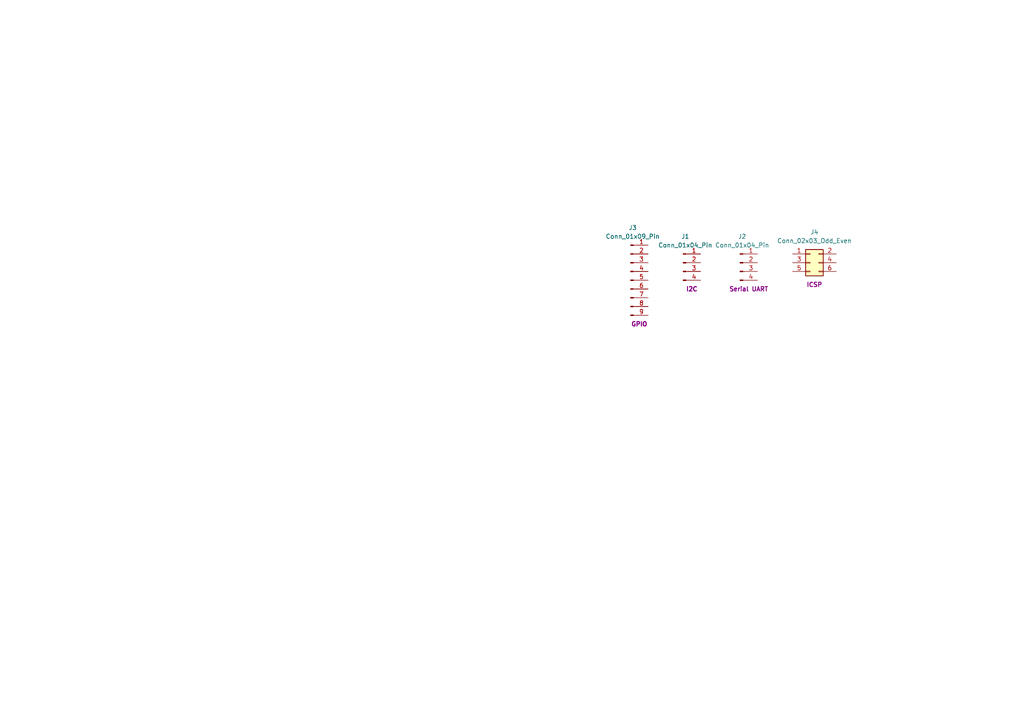
<source format=kicad_sch>
(kicad_sch (version 20250114) (generator "eeschema") (generator_version "9.0")
  (paper "A4")
  (lib_symbols
    (symbol "Connector:Conn_01x04_Pin" (pin_names (offset 1.016) (hide yes))
      (property "Reference" "J" (at 0 5.08 0))
      (property "Value" "Conn_01x04_Pin" (at 0 -7.62 0))
      (symbol "Conn_01x04_Pin_1_1"
        (rectangle (start 0.8636 2.667) (end 0 2.413) (stroke (width 0.1524)) (fill (type outline)))
        (rectangle (start 0.8636 0.127) (end 0 -0.127) (stroke (width 0.1524)) (fill (type outline)))
        (rectangle (start 0.8636 -2.413) (end 0 -2.667) (stroke (width 0.1524)) (fill (type outline)))
        (rectangle (start 0.8636 -4.953) (end 0 -5.207) (stroke (width 0.1524)) (fill (type outline)))
        (polyline (pts (xy 1.27 2.54) (xy 0.8636 2.54)) (stroke (width 0.1524)))
        (polyline (pts (xy 1.27 0) (xy 0.8636 0)) (stroke (width 0.1524)))
        (polyline (pts (xy 1.27 -2.54) (xy 0.8636 -2.54)) (stroke (width 0.1524)))
        (polyline (pts (xy 1.27 -5.08) (xy 0.8636 -5.08)) (stroke (width 0.1524)))
        (pin passive line (at 5.08 2.54 180) (length 3.81) (name "Pin_1") (number "1"))
        (pin passive line (at 5.08 0 180) (length 3.81) (name "Pin_2") (number "2"))
        (pin passive line (at 5.08 -2.54 180) (length 3.81) (name "Pin_3") (number "3"))
        (pin passive line (at 5.08 -5.08 180) (length 3.81) (name "Pin_4") (number "4"))
      )
    )
    (symbol "Connector:Conn_01x09_Pin" (pin_names (offset 1.016) (hide yes))
      (property "Reference" "J" (at 0 12.7 0))
      (property "Value" "Conn_01x09_Pin" (at 0 -12.7 0))
      (symbol "Conn_01x09_Pin_1_1"
        (rectangle (start 0.8636 10.287) (end 0 10.033) (stroke (width 0.1524)) (fill (type outline)))
        (rectangle (start 0.8636 7.747) (end 0 7.493) (stroke (width 0.1524)) (fill (type outline)))
        (rectangle (start 0.8636 5.207) (end 0 4.953) (stroke (width 0.1524)) (fill (type outline)))
        (rectangle (start 0.8636 2.667) (end 0 2.413) (stroke (width 0.1524)) (fill (type outline)))
        (rectangle (start 0.8636 0.127) (end 0 -0.127) (stroke (width 0.1524)) (fill (type outline)))
        (rectangle (start 0.8636 -2.413) (end 0 -2.667) (stroke (width 0.1524)) (fill (type outline)))
        (rectangle (start 0.8636 -4.953) (end 0 -5.207) (stroke (width 0.1524)) (fill (type outline)))
        (rectangle (start 0.8636 -7.493) (end 0 -7.747) (stroke (width 0.1524)) (fill (type outline)))
        (rectangle (start 0.8636 -10.033) (end 0 -10.287) (stroke (width 0.1524)) (fill (type outline)))
        (polyline (pts (xy 1.27 10.16) (xy 0.8636 10.16)) (stroke (width 0.1524)))
        (polyline (pts (xy 1.27 7.62) (xy 0.8636 7.62)) (stroke (width 0.1524)))
        (polyline (pts (xy 1.27 5.08) (xy 0.8636 5.08)) (stroke (width 0.1524)))
        (polyline (pts (xy 1.27 2.54) (xy 0.8636 2.54)) (stroke (width 0.1524)))
        (polyline (pts (xy 1.27 0) (xy 0.8636 0)) (stroke (width 0.1524)))
        (polyline (pts (xy 1.27 -2.54) (xy 0.8636 -2.54)) (stroke (width 0.1524)))
        (polyline (pts (xy 1.27 -5.08) (xy 0.8636 -5.08)) (stroke (width 0.1524)))
        (polyline (pts (xy 1.27 -7.62) (xy 0.8636 -7.62)) (stroke (width 0.1524)))
        (polyline (pts (xy 1.27 -10.16) (xy 0.8636 -10.16)) (stroke (width 0.1524)))
        (pin passive line (at 5.08 10.16 180) (length 3.81) (name "Pin_1") (number "1"))
        (pin passive line (at 5.08 7.62 180) (length 3.81) (name "Pin_2") (number "2"))
        (pin passive line (at 5.08 5.08 180) (length 3.81) (name "Pin_3") (number "3"))
        (pin passive line (at 5.08 2.54 180) (length 3.81) (name "Pin_4") (number "4"))
        (pin passive line (at 5.08 0 180) (length 3.81) (name "Pin_5") (number "5"))
        (pin passive line (at 5.08 -2.54 180) (length 3.81) (name "Pin_6") (number "6"))
        (pin passive line (at 5.08 -5.08 180) (length 3.81) (name "Pin_7") (number "7"))
        (pin passive line (at 5.08 -7.62 180) (length 3.81) (name "Pin_8") (number "8"))
        (pin passive line (at 5.08 -10.16 180) (length 3.81) (name "Pin_9") (number "9"))
      )
    )
    (symbol "Connector_Generic:Conn_02x03_Odd_Even" (pin_names (offset 1.016) (hide yes))
      (property "Reference" "J" (at 1.27 5.08 0))
      (property "Value" "Conn_02x03_Odd_Even" (at 1.27 -5.08 0))
      (symbol "Conn_02x03_Odd_Even_1_1"
        (rectangle (start -1.27 3.81) (end 3.81 -3.81) (stroke (width 0.254)) (fill (type background)))
        (rectangle (start -1.27 2.667) (end 0 2.413) (stroke (width 0.1524)))
        (rectangle (start -1.27 0.127) (end 0 -0.127) (stroke (width 0.1524)))
        (rectangle (start -1.27 -2.413) (end 0 -2.667) (stroke (width 0.1524)))
        (rectangle (start 3.81 2.667) (end 2.54 2.413) (stroke (width 0.1524)))
        (rectangle (start 3.81 0.127) (end 2.54 -0.127) (stroke (width 0.1524)))
        (rectangle (start 3.81 -2.413) (end 2.54 -2.667) (stroke (width 0.1524)))
        (pin passive line (at -5.08 2.54 0) (length 3.81) (name "Pin_1") (number "1"))
        (pin passive line (at -5.08 0 0) (length 3.81) (name "Pin_3") (number "3"))
        (pin passive line (at -5.08 -2.54 0) (length 3.81) (name "Pin_5") (number "5"))
        (pin passive line (at 7.62 2.54 180) (length 3.81) (name "Pin_2") (number "2"))
        (pin passive line (at 7.62 0 180) (length 3.81) (name "Pin_4") (number "4"))
        (pin passive line (at 7.62 -2.54 180) (length 3.81) (name "Pin_6") (number "6"))
      )
    )
  )
  (symbol (lib_id "Connector:Conn_01x04_Pin") (at 198.12 76.2 0) (unit 1)
    (property "Reference" "J1" (at 198.755 68.58 0))
    (property "Value" "Conn_01x04_Pin" (at 198.755 71.12 0))
    (property "Footprint" "Connector_PinHeader_2.54mm:PinHeader_1x04_P2.54mm_Vertical" (effects (hide yes)))
    (property "Description" "Generic connector, single row, 01x04, script generated" (effects (hide yes)))
    (property "Purpose" "I2C" (at 200.66 83.82 0) (effects (font (thickness 0.254) (bold yes))))
  )
  (symbol (lib_id "Connector_Generic:Conn_02x03_Odd_Even") (at 234.95 76.2 0) (unit 1)
    (property "Reference" "J4" (at 236.22 67.31 0))
    (property "Value" "Conn_02x03_Odd_Even" (at 236.22 69.85 0))
    (property "Footprint" "Connector_PinHeader_2.54mm:PinHeader_2x03_P2.54mm_Vertical" (effects (hide yes)))
    (property "Description" "Generic connector, double row, 02x03, odd/even pin numbering scheme (row 1 odd numbers, row 2 even numbers), script generated (kicad-library-utils/schlib/autogen/connector/)" (effects (hide yes)))
    (property "Purpose" "ICSP" (at 236.22 82.55 0) (effects (font (thickness 0.254) (bold yes))))
  )
  (symbol (lib_id "Connector:Conn_01x04_Pin") (at 214.63 76.2 0) (unit 1)
    (property "Reference" "J2" (at 215.265 68.58 0))
    (property "Value" "Conn_01x04_Pin" (at 215.265 71.12 0))
    (property "Footprint" "Connector_PinHeader_2.54mm:PinHeader_1x04_P2.54mm_Vertical" (effects (hide yes)))
    (property "Description" "Generic connector, single row, 01x04, script generated" (effects (hide yes)))
    (property "Purpose" "Serial UART" (at 217.17 83.82 0) (effects (font (thickness 0.254) (bold yes))))
  )
  (symbol (lib_id "Connector:Conn_01x09_Pin") (at 182.88 81.28 0) (unit 1)
    (property "Reference" "J3" (at 183.515 66.04 0))
    (property "Value" "Conn_01x09_Pin" (at 183.515 68.58 0))
    (property "Footprint" "Connector_PinHeader_2.54mm:PinHeader_1x09_P2.54mm_Vertical" (effects (hide yes)))
    (property "Description" "Generic connector, single row, 01x09, script generated" (effects (hide yes)))
    (property "Purpose" "GPIO" (at 185.42 93.98 0) (effects (font (thickness 0.254) (bold yes))))
  )
)
</source>
